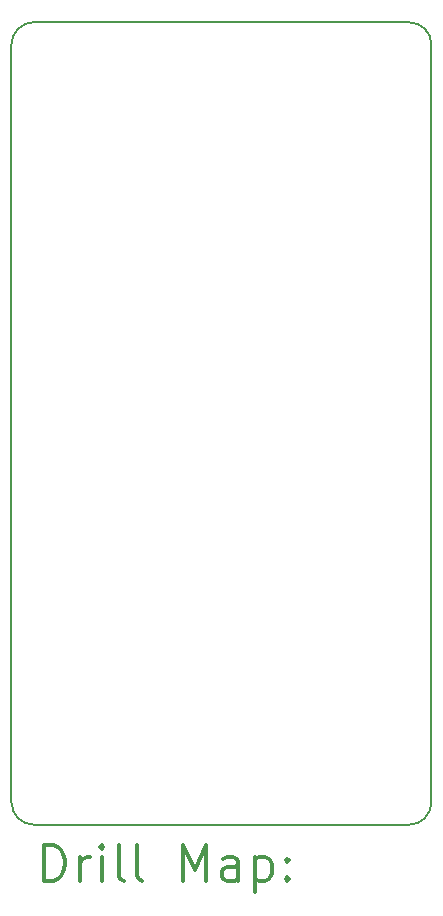
<source format=gbr>
%FSLAX45Y45*%
G04 Gerber Fmt 4.5, Leading zero omitted, Abs format (unit mm)*
G04 Created by KiCad (PCBNEW 5.1.9) date 2021-04-30 01:58:29*
%MOMM*%
%LPD*%
G01*
G04 APERTURE LIST*
%TA.AperFunction,Profile*%
%ADD10C,0.150000*%
%TD*%
%ADD11C,0.200000*%
%ADD12C,0.300000*%
G04 APERTURE END LIST*
D10*
X26797000Y-10414000D02*
G75*
G02*
X26606500Y-10604500I-190500J0D01*
G01*
X23431500Y-10604500D02*
G75*
G02*
X23241000Y-10414000I0J190500D01*
G01*
X23241000Y-4000500D02*
G75*
G02*
X23431500Y-3810000I190500J0D01*
G01*
X26606500Y-3810000D02*
G75*
G02*
X26797000Y-4000500I0J-190500D01*
G01*
X26797000Y-4000500D02*
X26797000Y-10414000D01*
X23431500Y-3810000D02*
X26606500Y-3810000D01*
X23241000Y-5905500D02*
X23241000Y-4000500D01*
X23241000Y-10414000D02*
X23241000Y-5905500D01*
X26606500Y-10604500D02*
X23431500Y-10604500D01*
D11*
D12*
X23519928Y-11077714D02*
X23519928Y-10777714D01*
X23591357Y-10777714D01*
X23634214Y-10792000D01*
X23662786Y-10820572D01*
X23677071Y-10849143D01*
X23691357Y-10906286D01*
X23691357Y-10949143D01*
X23677071Y-11006286D01*
X23662786Y-11034857D01*
X23634214Y-11063429D01*
X23591357Y-11077714D01*
X23519928Y-11077714D01*
X23819928Y-11077714D02*
X23819928Y-10877714D01*
X23819928Y-10934857D02*
X23834214Y-10906286D01*
X23848500Y-10892000D01*
X23877071Y-10877714D01*
X23905643Y-10877714D01*
X24005643Y-11077714D02*
X24005643Y-10877714D01*
X24005643Y-10777714D02*
X23991357Y-10792000D01*
X24005643Y-10806286D01*
X24019928Y-10792000D01*
X24005643Y-10777714D01*
X24005643Y-10806286D01*
X24191357Y-11077714D02*
X24162786Y-11063429D01*
X24148500Y-11034857D01*
X24148500Y-10777714D01*
X24348500Y-11077714D02*
X24319928Y-11063429D01*
X24305643Y-11034857D01*
X24305643Y-10777714D01*
X24691357Y-11077714D02*
X24691357Y-10777714D01*
X24791357Y-10992000D01*
X24891357Y-10777714D01*
X24891357Y-11077714D01*
X25162786Y-11077714D02*
X25162786Y-10920572D01*
X25148500Y-10892000D01*
X25119928Y-10877714D01*
X25062786Y-10877714D01*
X25034214Y-10892000D01*
X25162786Y-11063429D02*
X25134214Y-11077714D01*
X25062786Y-11077714D01*
X25034214Y-11063429D01*
X25019928Y-11034857D01*
X25019928Y-11006286D01*
X25034214Y-10977714D01*
X25062786Y-10963429D01*
X25134214Y-10963429D01*
X25162786Y-10949143D01*
X25305643Y-10877714D02*
X25305643Y-11177714D01*
X25305643Y-10892000D02*
X25334214Y-10877714D01*
X25391357Y-10877714D01*
X25419928Y-10892000D01*
X25434214Y-10906286D01*
X25448500Y-10934857D01*
X25448500Y-11020572D01*
X25434214Y-11049143D01*
X25419928Y-11063429D01*
X25391357Y-11077714D01*
X25334214Y-11077714D01*
X25305643Y-11063429D01*
X25577071Y-11049143D02*
X25591357Y-11063429D01*
X25577071Y-11077714D01*
X25562786Y-11063429D01*
X25577071Y-11049143D01*
X25577071Y-11077714D01*
X25577071Y-10892000D02*
X25591357Y-10906286D01*
X25577071Y-10920572D01*
X25562786Y-10906286D01*
X25577071Y-10892000D01*
X25577071Y-10920572D01*
M02*

</source>
